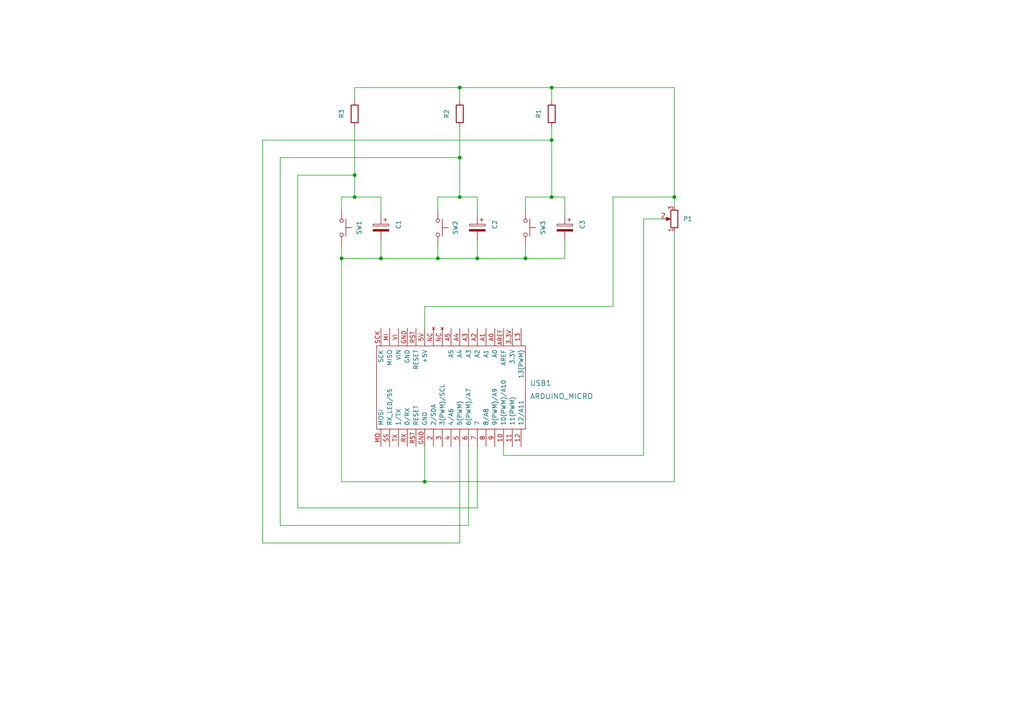
<source format=kicad_sch>
(kicad_sch (version 20211123) (generator eeschema)
  (paper "A4")
  (lib_symbols
    (symbol "Device:C_Polarized" (pin_numbers hide) (pin_names (offset 0.254))
      (property "Reference" "C" (at 0.635 2.54 0))
      (property "Value" "C_Polarized" (at 0.635 -2.54 0))
      (symbol "C_Polarized_0_1"
        (rectangle (start -2.286 0.508) (end 2.286 1.016))
        (polyline (pts (xy -1.778 2.286) (xy -0.762 2.286)))
        (polyline (pts (xy -1.27 2.794) (xy -1.27 1.778)))
        (rectangle (start 2.286 -0.508) (end -2.286 -1.016) (fill (type outline)))
      )
      (symbol "C_Polarized_1_1"
        (pin passive line (at 0 3.81 270) (length 2.794) (name "~") (number "1"))
        (pin passive line (at 0 -3.81 90) (length 2.794) (name "~") (number "2"))
      )
    )
    (symbol "Device:R" (pin_numbers hide) (pin_names (offset 0))
      (property "Reference" "R" (at 2.032 0 90))
      (property "Value" "R" (at 0 0 90))
      (symbol "R_0_1"
        (rectangle (start -1.016 -2.54) (end 1.016 2.54) (stroke (width 0.254)))
      )
      (symbol "R_1_1"
        (pin passive line (at 0 3.81 270) (length 1.27) (name "~") (number "1"))
        (pin passive line (at 0 -3.81 90) (length 1.27) (name "~") (number "2"))
      )
    )
    (symbol "Device:R_Potentiometer" (pin_names (offset 1.016) hide)
      (property "Reference" "RV" (at -4.445 0 90))
      (property "Value" "R_Potentiometer" (at -2.54 0 90))
      (symbol "R_Potentiometer_0_1"
        (polyline (pts (xy 2.54 0) (xy 1.524 0)))
        (polyline (pts (xy 1.143 0) (xy 2.286 0.508) (xy 2.286 -0.508) (xy 1.143 0)) (fill (type outline)))
        (rectangle (start 1.016 2.54) (end -1.016 -2.54) (stroke (width 0.254)))
      )
      (symbol "R_Potentiometer_1_1"
        (pin passive line (at 0 3.81 270) (length 1.27) (name "1") (number "1"))
        (pin passive line (at 3.81 0 180) (length 1.27) (name "2") (number "2"))
        (pin passive line (at 0 -3.81 90) (length 1.27) (name "3") (number "3"))
      )
    )
    (symbol "Switch:SW_Push" (pin_numbers hide) (pin_names (offset 1.016) hide)
      (property "Reference" "SW" (at 1.27 2.54 0))
      (property "Value" "SW_Push" (at 0 -1.524 0))
      (symbol "SW_Push_0_1"
        (circle (center -2.032 0) (radius 0.508))
        (polyline (pts (xy 0 1.27) (xy 0 3.048)))
        (polyline (pts (xy 2.54 1.27) (xy -2.54 1.27)))
        (circle (center 2.032 0) (radius 0.508))
        (pin passive line (at -5.08 0 0) (length 2.54) (name "1") (number "1"))
        (pin passive line (at 5.08 0 180) (length 2.54) (name "2") (number "2"))
      )
    )
    (symbol "arduino_micro:ARDUINO_MICRO_SHIELD" (pin_names (offset 1.016))
      (property "Reference" "U" (at 44.45 10.16 0))
      (property "Value" "ARDUINO_MICRO_SHIELD" (at 21.59 15.24 0))
      (symbol "ARDUINO_MICRO_SHIELD_0_1"
        (rectangle (start 0 0) (end 43.18 24.13))
      )
      (symbol "ARDUINO_MICRO_SHIELD_1_1"
        (pin bidirectional line (at 36.83 -5.08 90) (length 5.08) (name "10(PWM)/A10") (number "10"))
        (pin bidirectional line (at 39.37 -5.08 90) (length 5.08) (name "11(PWM)") (number "11"))
        (pin bidirectional line (at 41.91 -5.08 90) (length 5.08) (name "12/A11") (number "12"))
        (pin bidirectional line (at 41.91 29.21 270) (length 5.08) (name "13(PWM)") (number "13"))
        (pin bidirectional line (at 16.51 -5.08 90) (length 5.08) (name "2/SDA") (number "2"))
        (pin bidirectional line (at 19.05 -5.08 90) (length 5.08) (name "3(PWM)/SCL") (number "3"))
        (pin power_in line (at 39.37 29.21 270) (length 5.08) (name "3.3V") (number "3.3V"))
        (pin bidirectional line (at 21.59 -5.08 90) (length 5.08) (name "4/A6") (number "4"))
        (pin bidirectional line (at 24.13 -5.08 90) (length 5.08) (name "5(PWM)") (number "5"))
        (pin power_in line (at 13.97 29.21 270) (length 5.08) (name "+5V") (number "5V"))
        (pin bidirectional line (at 26.67 -5.08 90) (length 5.08) (name "6(PWM)/A7") (number "6"))
        (pin bidirectional line (at 29.21 -5.08 90) (length 5.08) (name "7") (number "7"))
        (pin bidirectional line (at 31.75 -5.08 90) (length 5.08) (name "8/A8") (number "8"))
        (pin bidirectional line (at 34.29 -5.08 90) (length 5.08) (name "9(PWM)/A9") (number "9"))
        (pin bidirectional line (at 34.29 29.21 270) (length 5.08) (name "A0") (number "A0"))
        (pin bidirectional line (at 31.75 29.21 270) (length 5.08) (name "A1") (number "A1"))
        (pin bidirectional line (at 29.21 29.21 270) (length 5.08) (name "A2") (number "A2"))
        (pin bidirectional line (at 26.67 29.21 270) (length 5.08) (name "A3") (number "A3"))
        (pin bidirectional line (at 24.13 29.21 270) (length 5.08) (name "A4") (number "A4"))
        (pin bidirectional line (at 21.59 29.21 270) (length 5.08) (name "A5") (number "A5"))
        (pin power_in line (at 36.83 29.21 270) (length 5.08) (name "AREF") (number "AREF"))
        (pin power_in line (at 8.89 29.21 270) (length 5.08) (name "GND") (number "GND"))
        (pin power_in line (at 13.97 -5.08 90) (length 5.08) (name "GND") (number "GND"))
        (pin bidirectional line (at 3.81 29.21 270) (length 5.08) (name "MISO") (number "MI"))
        (pin bidirectional line (at 1.27 -5.08 90) (length 5.08) (name "MOSI") (number "MO"))
        (pin no_connect line (at 16.51 29.21 270) (length 5.08) (name "~") (number "NC"))
        (pin no_connect line (at 19.05 29.21 270) (length 5.08) (name "~") (number "NC"))
        (pin bidirectional line (at 11.43 -5.08 90) (length 5.08) (name "RESET") (number "RST"))
        (pin bidirectional line (at 11.43 29.21 270) (length 5.08) (name "RESET") (number "RST"))
        (pin bidirectional line (at 8.89 -5.08 90) (length 5.08) (name "0/RX") (number "RX"))
        (pin bidirectional line (at 1.27 29.21 270) (length 5.08) (name "SCK") (number "SCK"))
        (pin bidirectional line (at 3.81 -5.08 90) (length 5.08) (name "RX_LED/SS") (number "SS"))
        (pin bidirectional line (at 6.35 -5.08 90) (length 5.08) (name "1/TX") (number "TX"))
        (pin power_in line (at 6.35 29.21 270) (length 5.08) (name "VIN") (number "VI"))
      )
    )
  )
  (junction (at 160.02 57.15))
  (junction (at 195.58 57.15))
  (junction (at 102.87 50.8))
  (junction (at 133.35 45.72))
  (junction (at 160.02 40.64))
  (junction (at 102.87 57.15))
  (junction (at 152.4 74.93))
  (junction (at 138.43 74.93))
  (junction (at 99.06 74.93))
  (junction (at 160.02 25.4))
  (junction (at 133.35 25.4))
  (junction (at 123.19 139.7))
  (junction (at 133.35 57.15))
  (junction (at 127 74.93))
  (junction (at 110.49 74.93))
  (wire (pts (xy 160.02 40.64) (xy 76.2 40.64)))
  (wire (pts (xy 123.19 88.9) (xy 177.8 88.9)))
  (wire (pts (xy 110.49 57.15) (xy 102.87 57.15)))
  (wire (pts (xy 99.06 74.93) (xy 99.06 139.7)))
  (wire (pts (xy 102.87 57.15) (xy 99.06 57.15)))
  (wire (pts (xy 110.49 62.23) (xy 110.49 57.15)))
  (wire (pts (xy 102.87 25.4) (xy 133.35 25.4)))
  (wire (pts (xy 81.28 152.4) (xy 135.89 152.4)))
  (wire (pts (xy 76.2 157.48) (xy 133.35 157.48)))
  (wire (pts (xy 102.87 50.8) (xy 102.87 57.15)))
  (wire (pts (xy 81.28 45.72) (xy 81.28 152.4)))
  (wire (pts (xy 123.19 139.7) (xy 99.06 139.7)))
  (wire (pts (xy 133.35 57.15) (xy 127 57.15)))
  (wire (pts (xy 163.83 62.23) (xy 163.83 57.15)))
  (wire (pts (xy 133.35 45.72) (xy 81.28 45.72)))
  (wire (pts (xy 160.02 36.83) (xy 160.02 40.64)))
  (wire (pts (xy 138.43 57.15) (xy 133.35 57.15)))
  (wire (pts (xy 123.19 95.25) (xy 123.19 88.9)))
  (wire (pts (xy 152.4 74.93) (xy 138.43 74.93)))
  (wire (pts (xy 138.43 74.93) (xy 127 74.93)))
  (wire (pts (xy 133.35 29.21) (xy 133.35 25.4)))
  (wire (pts (xy 102.87 36.83) (xy 102.87 50.8)))
  (wire (pts (xy 186.69 63.5) (xy 191.77 63.5)))
  (wire (pts (xy 177.8 57.15) (xy 195.58 57.15)))
  (wire (pts (xy 86.36 50.8) (xy 102.87 50.8)))
  (wire (pts (xy 163.83 57.15) (xy 160.02 57.15)))
  (wire (pts (xy 99.06 71.12) (xy 99.06 74.93)))
  (wire (pts (xy 86.36 147.32) (xy 138.43 147.32)))
  (wire (pts (xy 163.83 69.85) (xy 163.83 74.93)))
  (wire (pts (xy 102.87 29.21) (xy 102.87 25.4)))
  (wire (pts (xy 152.4 57.15) (xy 152.4 60.96)))
  (wire (pts (xy 138.43 62.23) (xy 138.43 57.15)))
  (wire (pts (xy 160.02 25.4) (xy 160.02 29.21)))
  (wire (pts (xy 127 57.15) (xy 127 60.96)))
  (wire (pts (xy 76.2 40.64) (xy 76.2 157.48)))
  (wire (pts (xy 195.58 57.15) (xy 195.58 59.69)))
  (wire (pts (xy 160.02 40.64) (xy 160.02 57.15)))
  (wire (pts (xy 123.19 129.54) (xy 123.19 139.7)))
  (wire (pts (xy 127 74.93) (xy 110.49 74.93)))
  (wire (pts (xy 146.05 132.08) (xy 186.69 132.08)))
  (wire (pts (xy 138.43 129.54) (xy 138.43 147.32)))
  (wire (pts (xy 133.35 45.72) (xy 133.35 57.15)))
  (wire (pts (xy 127 71.12) (xy 127 74.93)))
  (wire (pts (xy 152.4 71.12) (xy 152.4 74.93)))
  (wire (pts (xy 195.58 25.4) (xy 195.58 57.15)))
  (wire (pts (xy 110.49 74.93) (xy 99.06 74.93)))
  (wire (pts (xy 133.35 157.48) (xy 133.35 129.54)))
  (wire (pts (xy 160.02 57.15) (xy 152.4 57.15)))
  (wire (pts (xy 110.49 69.85) (xy 110.49 74.93)))
  (wire (pts (xy 123.19 139.7) (xy 195.58 139.7)))
  (wire (pts (xy 146.05 129.54) (xy 146.05 132.08)))
  (wire (pts (xy 186.69 132.08) (xy 186.69 63.5)))
  (wire (pts (xy 160.02 25.4) (xy 195.58 25.4)))
  (wire (pts (xy 138.43 69.85) (xy 138.43 74.93)))
  (wire (pts (xy 133.35 36.83) (xy 133.35 45.72)))
  (wire (pts (xy 177.8 57.15) (xy 177.8 88.9)))
  (wire (pts (xy 195.58 139.7) (xy 195.58 67.31)))
  (wire (pts (xy 135.89 129.54) (xy 135.89 152.4)))
  (wire (pts (xy 99.06 57.15) (xy 99.06 60.96)))
  (wire (pts (xy 163.83 74.93) (xy 152.4 74.93)))
  (wire (pts (xy 86.36 50.8) (xy 86.36 147.32)))
  (wire (pts (xy 133.35 25.4) (xy 160.02 25.4)))
  (symbol (lib_id "Switch:SW_Push") (at 99.06 66.04 270) (mirror x) (unit 1)
    (property "Reference" "SW1" (at 104.14 66.04 0))
    (property "Value" "SW_Push" (effects hide))
  )
  (symbol (lib_id "Device:C_Polarized") (at 138.43 66.04 0) (mirror y) (unit 1)
    (property "Reference" "C2" (at 143.51 65.151 90))
    (property "Value" "C_Polarized" (effects hide))
  )
  (symbol (lib_id "Switch:SW_Push") (at 127 66.04 270) (mirror x) (unit 1)
    (property "Reference" "SW2" (at 132.08 66.04 0))
    (property "Value" "SW_Push" (effects hide))
  )
  (symbol (lib_id "Device:R") (at 102.87 33.02 180) (unit 1)
    (property "Reference" "R3" (at 99.06 33.02 90))
    (property "Value" "R" (effects hide))
  )
  (symbol (lib_id "Device:R") (at 160.02 33.02 180) (unit 1)
    (property "Reference" "R1" (at 156.21 33.02 90))
    (property "Value" "R" (effects hide))
  )
  (symbol (lib_id "Device:R") (at 133.35 33.02 180) (unit 1)
    (property "Reference" "R2" (at 129.54 33.02 90))
    (property "Value" "R" (effects hide))
  )
  (symbol (lib_id "Switch:SW_Push") (at 152.4 66.04 270) (mirror x) (unit 1)
    (property "Reference" "SW3" (at 157.48 66.04 0))
    (property "Value" "SW_Push" (effects hide))
  )
  (symbol (lib_id "arduino_micro:ARDUINO_MICRO_SHIELD") (at 109.22 124.46 0) (unit 1)
    (property "Reference" "USB1" (at 153.67 111.125 0) (effects (font (size 1.524 1.524)) (justify left)))
    (property "Value" "ARDUINO_MICRO" (at 153.67 114.935 0) (effects (font (size 1.524 1.524)) (justify left)))
  )
  (symbol (lib_id "Device:C_Polarized") (at 163.83 66.04 0) (mirror y) (unit 1)
    (property "Reference" "C3" (at 168.91 65.151 90))
    (property "Value" "C_Polarized" (effects hide))
  )
  (symbol (lib_id "Device:C_Polarized") (at 110.49 66.04 0) (mirror y) (unit 1)
    (property "Reference" "C1" (at 115.57 65.151 90))
    (property "Value" "C_Polarized" (effects hide))
  )
  (symbol (lib_id "Device:R_Potentiometer") (at 195.58 63.5 180) (unit 1)
    (property "Reference" "P1" (at 198.12 63.4999 0) (effects (justify right)))
    (property "Value" "R_Potentiometer" (effects hide))
  )
)
</source>
